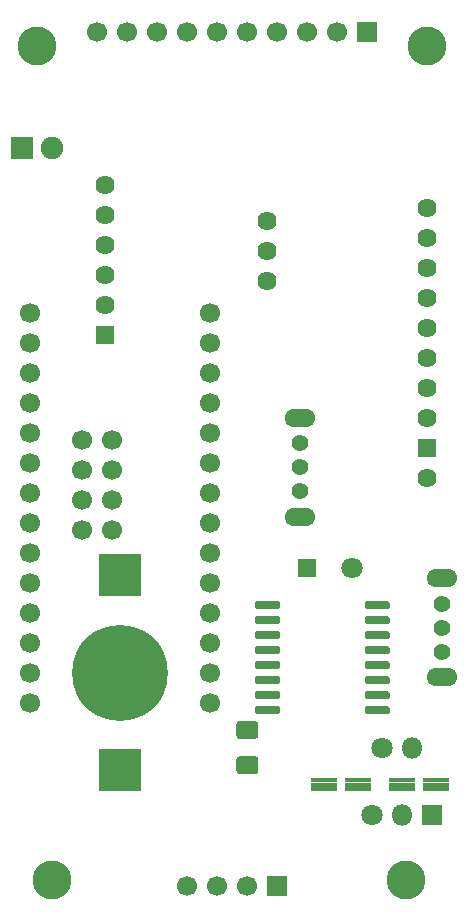
<source format=gbr>
%TF.GenerationSoftware,KiCad,Pcbnew,(5.1.6)-1*%
%TF.CreationDate,2021-01-10T13:28:57-05:00*%
%TF.ProjectId,main_board,6d61696e-5f62-46f6-9172-642e6b696361,rev?*%
%TF.SameCoordinates,Original*%
%TF.FileFunction,Soldermask,Bot*%
%TF.FilePolarity,Negative*%
%FSLAX46Y46*%
G04 Gerber Fmt 4.6, Leading zero omitted, Abs format (unit mm)*
G04 Created by KiCad (PCBNEW (5.1.6)-1) date 2021-01-10 13:28:57*
%MOMM*%
%LPD*%
G01*
G04 APERTURE LIST*
%ADD10C,1.624000*%
%ADD11C,1.700000*%
%ADD12C,3.300000*%
%ADD13R,2.300000X0.300000*%
%ADD14C,1.800000*%
%ADD15O,1.800000X1.800000*%
%ADD16R,1.624000X1.624000*%
%ADD17R,3.600000X3.600000*%
%ADD18C,8.100000*%
%ADD19R,1.900000X1.900000*%
%ADD20C,1.900000*%
%ADD21R,1.600000X1.600000*%
%ADD22C,1.424000*%
%ADD23O,2.624000X1.524000*%
%ADD24R,1.800000X1.800000*%
%ADD25R,1.700000X1.700000*%
G04 APERTURE END LIST*
D10*
%TO.C,LiPo Balancing*%
X160375600Y-95097600D03*
X160375600Y-92557600D03*
X160375600Y-90017600D03*
%TD*%
D11*
%TO.C,Teensy 4.0*%
X155575000Y-130810000D03*
X140335000Y-113030000D03*
X155575000Y-115570000D03*
X155575000Y-105410000D03*
X155575000Y-102870000D03*
X155575000Y-97790000D03*
X140335000Y-128270000D03*
X140335000Y-118110000D03*
X140335000Y-105410000D03*
X155575000Y-100330000D03*
X140335000Y-130810000D03*
X140335000Y-123190000D03*
X140335000Y-115570000D03*
X140335000Y-110490000D03*
X140335000Y-107950000D03*
X140335000Y-97790000D03*
X155575000Y-128270000D03*
X140335000Y-100330000D03*
X140335000Y-120650000D03*
X155575000Y-125730000D03*
X155575000Y-123190000D03*
X155575000Y-120650000D03*
X155575000Y-110490000D03*
X155575000Y-118110000D03*
X155575000Y-113030000D03*
X155575000Y-107950000D03*
X140335000Y-125730000D03*
X140335000Y-102870000D03*
%TD*%
D12*
%TO.C,REF\u002A\u002A*%
X140970000Y-75184000D03*
%TD*%
%TO.C,REF\u002A\u002A*%
X173990000Y-75184000D03*
%TD*%
%TO.C,REF\u002A\u002A*%
X142240000Y-145796000D03*
%TD*%
%TO.C,REF\u002A\u002A*%
X172212000Y-145796000D03*
%TD*%
D13*
%TO.C,VT6Z12*%
X171803000Y-137360000D03*
X171803000Y-137760000D03*
X171803000Y-138160000D03*
X174728000Y-138160000D03*
X174728000Y-137760000D03*
X174728000Y-137350500D03*
%TD*%
%TO.C,VT6Z11*%
X165223000Y-137360000D03*
X165223000Y-137760000D03*
X165223000Y-138160000D03*
X168148000Y-138160000D03*
X168148000Y-137760000D03*
X168148000Y-137350500D03*
%TD*%
D14*
%TO.C,Rain Gauge*%
X170180000Y-134620000D03*
D15*
X172720000Y-134620000D03*
%TD*%
D10*
%TO.C,ADS1115*%
X173990000Y-88900000D03*
X173990000Y-91440000D03*
X173990000Y-93980000D03*
X173990000Y-96520000D03*
X173990000Y-99060000D03*
X173990000Y-101600000D03*
X173990000Y-104140000D03*
X173990000Y-106680000D03*
D16*
X173990000Y-109220000D03*
D10*
X173990000Y-111760000D03*
%TD*%
D17*
%TO.C,CR-1025*%
X147955000Y-136525000D03*
X147955000Y-120015000D03*
D18*
X147955000Y-128270000D03*
%TD*%
D19*
%TO.C,D1*%
X139700000Y-83820000D03*
D20*
X142240000Y-83820000D03*
%TD*%
D16*
%TO.C,Micro SD*%
X146685000Y-99695000D03*
D10*
X146685000Y-97155000D03*
X146685000Y-94615000D03*
X146685000Y-92075000D03*
X146685000Y-89535000D03*
X146685000Y-86995000D03*
%TD*%
D11*
%TO.C,nRF24L01+1*%
X144780000Y-108585000D03*
X147320000Y-108585000D03*
X147320000Y-116205000D03*
X147320000Y-113665000D03*
X144780000Y-113665000D03*
X144780000Y-116205000D03*
X144780000Y-111125000D03*
X147320000Y-111125000D03*
%TD*%
D14*
%TO.C,Power*%
X167640000Y-119380000D03*
D21*
X163830000Y-119380000D03*
%TD*%
%TO.C,R6*%
G36*
G01*
X158092544Y-132370000D02*
X159407456Y-132370000D01*
G75*
G02*
X159675000Y-132637544I0J-267544D01*
G01*
X159675000Y-133627456D01*
G75*
G02*
X159407456Y-133895000I-267544J0D01*
G01*
X158092544Y-133895000D01*
G75*
G02*
X157825000Y-133627456I0J267544D01*
G01*
X157825000Y-132637544D01*
G75*
G02*
X158092544Y-132370000I267544J0D01*
G01*
G37*
G36*
G01*
X158091875Y-135345000D02*
X159408125Y-135345000D01*
G75*
G02*
X159675000Y-135611875I0J-266875D01*
G01*
X159675000Y-136603125D01*
G75*
G02*
X159408125Y-136870000I-266875J0D01*
G01*
X158091875Y-136870000D01*
G75*
G02*
X157825000Y-136603125I0J266875D01*
G01*
X157825000Y-135611875D01*
G75*
G02*
X158091875Y-135345000I266875J0D01*
G01*
G37*
%TD*%
D22*
%TO.C,switch*%
X175260000Y-126492000D03*
X175260000Y-124460000D03*
X175260000Y-122428000D03*
D23*
X175260000Y-128651000D03*
X175260000Y-120269000D03*
%TD*%
D14*
%TO.C,TDS*%
X169291000Y-140335000D03*
D15*
X171831000Y-140335000D03*
D24*
X174371000Y-140335000D03*
%TD*%
D11*
%TO.C,top_rail1*%
X148590000Y-74041000D03*
X151130000Y-74041000D03*
X153670000Y-74041000D03*
X156210000Y-74041000D03*
X158750000Y-74041000D03*
X161290000Y-74041000D03*
X163830000Y-74041000D03*
X166370000Y-74041000D03*
D25*
X168910000Y-74041000D03*
D11*
X146050000Y-74041000D03*
%TD*%
%TO.C,U2*%
G36*
G01*
X159375000Y-131620000D02*
X159375000Y-131270000D01*
G75*
G02*
X159550000Y-131095000I175000J0D01*
G01*
X161350000Y-131095000D01*
G75*
G02*
X161525000Y-131270000I0J-175000D01*
G01*
X161525000Y-131620000D01*
G75*
G02*
X161350000Y-131795000I-175000J0D01*
G01*
X159550000Y-131795000D01*
G75*
G02*
X159375000Y-131620000I0J175000D01*
G01*
G37*
G36*
G01*
X159375000Y-130350000D02*
X159375000Y-130000000D01*
G75*
G02*
X159550000Y-129825000I175000J0D01*
G01*
X161350000Y-129825000D01*
G75*
G02*
X161525000Y-130000000I0J-175000D01*
G01*
X161525000Y-130350000D01*
G75*
G02*
X161350000Y-130525000I-175000J0D01*
G01*
X159550000Y-130525000D01*
G75*
G02*
X159375000Y-130350000I0J175000D01*
G01*
G37*
G36*
G01*
X159375000Y-129080000D02*
X159375000Y-128730000D01*
G75*
G02*
X159550000Y-128555000I175000J0D01*
G01*
X161350000Y-128555000D01*
G75*
G02*
X161525000Y-128730000I0J-175000D01*
G01*
X161525000Y-129080000D01*
G75*
G02*
X161350000Y-129255000I-175000J0D01*
G01*
X159550000Y-129255000D01*
G75*
G02*
X159375000Y-129080000I0J175000D01*
G01*
G37*
G36*
G01*
X159375000Y-127810000D02*
X159375000Y-127460000D01*
G75*
G02*
X159550000Y-127285000I175000J0D01*
G01*
X161350000Y-127285000D01*
G75*
G02*
X161525000Y-127460000I0J-175000D01*
G01*
X161525000Y-127810000D01*
G75*
G02*
X161350000Y-127985000I-175000J0D01*
G01*
X159550000Y-127985000D01*
G75*
G02*
X159375000Y-127810000I0J175000D01*
G01*
G37*
G36*
G01*
X159375000Y-126540000D02*
X159375000Y-126190000D01*
G75*
G02*
X159550000Y-126015000I175000J0D01*
G01*
X161350000Y-126015000D01*
G75*
G02*
X161525000Y-126190000I0J-175000D01*
G01*
X161525000Y-126540000D01*
G75*
G02*
X161350000Y-126715000I-175000J0D01*
G01*
X159550000Y-126715000D01*
G75*
G02*
X159375000Y-126540000I0J175000D01*
G01*
G37*
G36*
G01*
X159375000Y-125270000D02*
X159375000Y-124920000D01*
G75*
G02*
X159550000Y-124745000I175000J0D01*
G01*
X161350000Y-124745000D01*
G75*
G02*
X161525000Y-124920000I0J-175000D01*
G01*
X161525000Y-125270000D01*
G75*
G02*
X161350000Y-125445000I-175000J0D01*
G01*
X159550000Y-125445000D01*
G75*
G02*
X159375000Y-125270000I0J175000D01*
G01*
G37*
G36*
G01*
X159375000Y-124000000D02*
X159375000Y-123650000D01*
G75*
G02*
X159550000Y-123475000I175000J0D01*
G01*
X161350000Y-123475000D01*
G75*
G02*
X161525000Y-123650000I0J-175000D01*
G01*
X161525000Y-124000000D01*
G75*
G02*
X161350000Y-124175000I-175000J0D01*
G01*
X159550000Y-124175000D01*
G75*
G02*
X159375000Y-124000000I0J175000D01*
G01*
G37*
G36*
G01*
X159375000Y-122730000D02*
X159375000Y-122380000D01*
G75*
G02*
X159550000Y-122205000I175000J0D01*
G01*
X161350000Y-122205000D01*
G75*
G02*
X161525000Y-122380000I0J-175000D01*
G01*
X161525000Y-122730000D01*
G75*
G02*
X161350000Y-122905000I-175000J0D01*
G01*
X159550000Y-122905000D01*
G75*
G02*
X159375000Y-122730000I0J175000D01*
G01*
G37*
G36*
G01*
X168675000Y-122730000D02*
X168675000Y-122380000D01*
G75*
G02*
X168850000Y-122205000I175000J0D01*
G01*
X170650000Y-122205000D01*
G75*
G02*
X170825000Y-122380000I0J-175000D01*
G01*
X170825000Y-122730000D01*
G75*
G02*
X170650000Y-122905000I-175000J0D01*
G01*
X168850000Y-122905000D01*
G75*
G02*
X168675000Y-122730000I0J175000D01*
G01*
G37*
G36*
G01*
X168675000Y-124000000D02*
X168675000Y-123650000D01*
G75*
G02*
X168850000Y-123475000I175000J0D01*
G01*
X170650000Y-123475000D01*
G75*
G02*
X170825000Y-123650000I0J-175000D01*
G01*
X170825000Y-124000000D01*
G75*
G02*
X170650000Y-124175000I-175000J0D01*
G01*
X168850000Y-124175000D01*
G75*
G02*
X168675000Y-124000000I0J175000D01*
G01*
G37*
G36*
G01*
X168675000Y-125270000D02*
X168675000Y-124920000D01*
G75*
G02*
X168850000Y-124745000I175000J0D01*
G01*
X170650000Y-124745000D01*
G75*
G02*
X170825000Y-124920000I0J-175000D01*
G01*
X170825000Y-125270000D01*
G75*
G02*
X170650000Y-125445000I-175000J0D01*
G01*
X168850000Y-125445000D01*
G75*
G02*
X168675000Y-125270000I0J175000D01*
G01*
G37*
G36*
G01*
X168675000Y-126540000D02*
X168675000Y-126190000D01*
G75*
G02*
X168850000Y-126015000I175000J0D01*
G01*
X170650000Y-126015000D01*
G75*
G02*
X170825000Y-126190000I0J-175000D01*
G01*
X170825000Y-126540000D01*
G75*
G02*
X170650000Y-126715000I-175000J0D01*
G01*
X168850000Y-126715000D01*
G75*
G02*
X168675000Y-126540000I0J175000D01*
G01*
G37*
G36*
G01*
X168675000Y-127810000D02*
X168675000Y-127460000D01*
G75*
G02*
X168850000Y-127285000I175000J0D01*
G01*
X170650000Y-127285000D01*
G75*
G02*
X170825000Y-127460000I0J-175000D01*
G01*
X170825000Y-127810000D01*
G75*
G02*
X170650000Y-127985000I-175000J0D01*
G01*
X168850000Y-127985000D01*
G75*
G02*
X168675000Y-127810000I0J175000D01*
G01*
G37*
G36*
G01*
X168675000Y-129080000D02*
X168675000Y-128730000D01*
G75*
G02*
X168850000Y-128555000I175000J0D01*
G01*
X170650000Y-128555000D01*
G75*
G02*
X170825000Y-128730000I0J-175000D01*
G01*
X170825000Y-129080000D01*
G75*
G02*
X170650000Y-129255000I-175000J0D01*
G01*
X168850000Y-129255000D01*
G75*
G02*
X168675000Y-129080000I0J175000D01*
G01*
G37*
G36*
G01*
X168675000Y-130350000D02*
X168675000Y-130000000D01*
G75*
G02*
X168850000Y-129825000I175000J0D01*
G01*
X170650000Y-129825000D01*
G75*
G02*
X170825000Y-130000000I0J-175000D01*
G01*
X170825000Y-130350000D01*
G75*
G02*
X170650000Y-130525000I-175000J0D01*
G01*
X168850000Y-130525000D01*
G75*
G02*
X168675000Y-130350000I0J175000D01*
G01*
G37*
G36*
G01*
X168675000Y-131620000D02*
X168675000Y-131270000D01*
G75*
G02*
X168850000Y-131095000I175000J0D01*
G01*
X170650000Y-131095000D01*
G75*
G02*
X170825000Y-131270000I0J-175000D01*
G01*
X170825000Y-131620000D01*
G75*
G02*
X170650000Y-131795000I-175000J0D01*
G01*
X168850000Y-131795000D01*
G75*
G02*
X168675000Y-131620000I0J175000D01*
G01*
G37*
%TD*%
D25*
%TO.C,Water Height*%
X161290000Y-146304000D03*
D11*
X158750000Y-146304000D03*
X156210000Y-146304000D03*
X153670000Y-146304000D03*
%TD*%
D22*
%TO.C,switch2*%
X163195000Y-112903000D03*
X163195000Y-110871000D03*
X163195000Y-108839000D03*
D23*
X163195000Y-115062000D03*
X163195000Y-106680000D03*
%TD*%
M02*

</source>
